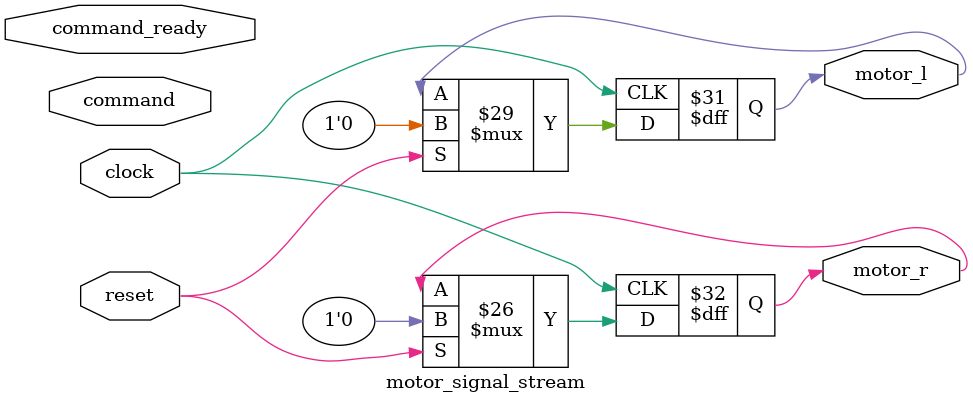
<source format=v>
`timescale 1ns / 1ps
module motor_signal_stream(
	input clock,
	input reset,
	input command_ready,
	input [11:0] command,
	output reg motor_l,
	output reg motor_r
	// output analyzer_clock, // for debug only
	// output [15:0] analyzer_data // for debug only
   );
   
   parameter OFF = 1'b0;
   parameter ON = 1'b1;
   
   // fsm states and parameters
   reg [2:0] state;
   parameter IDLE = 2'b00;
   parameter TURNING = 2'b10;
   parameter MOVING = 3'b11;
   reg angle;
   reg distance;
   
   // synchronize on clock
	always @(posedge clock) begin
		// if we see reset update all to default
		if (reset == ON) begin
			state <= IDLE;
			motor_l <= 0;
			motor_r <= 0;
		end
		// else enter states
		else begin
			case (state)
				// don't move until command is ready
				IDLE: begin
					if (command_ready <= ON) begin
						state <= TURNING;
						angle <= command[11:7];
						distance <= command[6:0];
					end
				end
				
				// then turn first to face the desired direction
				TURNING: begin
					// turn until you have finished the angle then go to MOVING
					// NEED TO IMPLIMENT
				end
				
				// then move until you reach the target
				MOVING: begin
					// move until you have finished the distance then go to IDLE
					// NEED TO IMPLIMENT
				end
				
			endcase
		end
	end
endmodule
</source>
